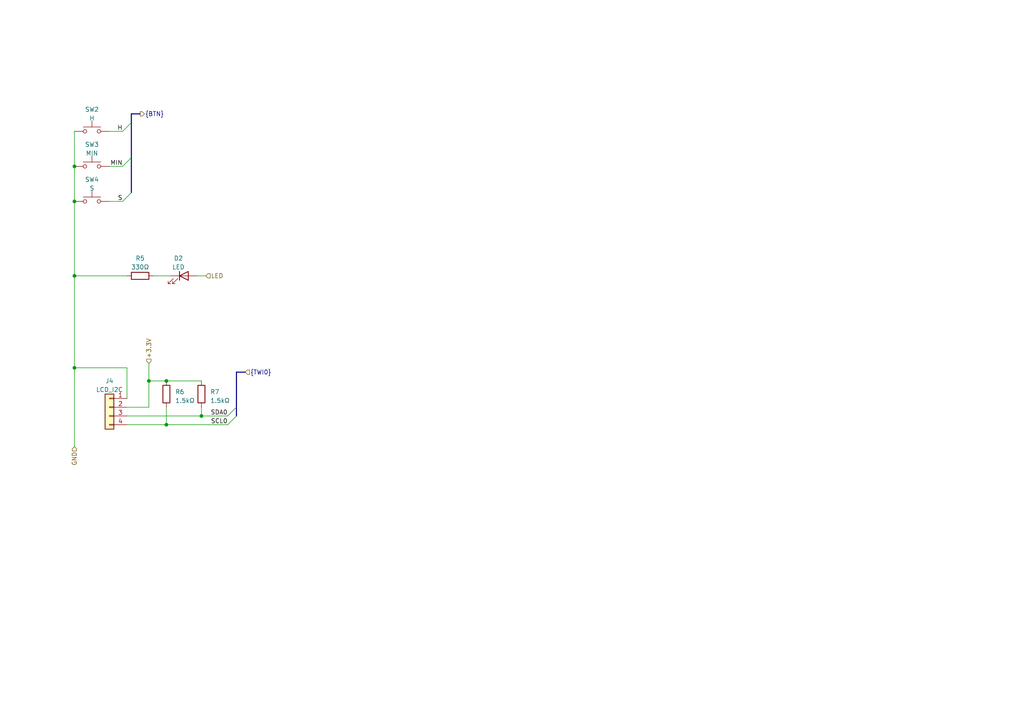
<source format=kicad_sch>
(kicad_sch (version 20230121) (generator eeschema)
  (paper "A4")
  (lib_symbols
    (symbol "Connector_Generic:Conn_01x04" (pin_names (offset 1.016) hide)
      (property "Reference" "J" (at 0 5.08 0))
      (property "Value" "Conn_01x04" (at 0 -7.62 0))
      (symbol "Conn_01x04_1_1"
        (rectangle (start -1.27 -4.953) (end 0 -5.207) (stroke (width 0.1524)))
        (rectangle (start -1.27 -2.413) (end 0 -2.667) (stroke (width 0.1524)))
        (rectangle (start -1.27 0.127) (end 0 -0.127) (stroke (width 0.1524)))
        (rectangle (start -1.27 2.667) (end 0 2.413) (stroke (width 0.1524)))
        (rectangle (start -1.27 3.81) (end 1.27 -6.35) (stroke (width 0.254)) (fill (type background)))
        (pin passive line (at -5.08 2.54 0) (length 3.81) (name "Pin_1") (number "1"))
        (pin passive line (at -5.08 0 0) (length 3.81) (name "Pin_2") (number "2"))
        (pin passive line (at -5.08 -2.54 0) (length 3.81) (name "Pin_3") (number "3"))
        (pin passive line (at -5.08 -5.08 0) (length 3.81) (name "Pin_4") (number "4"))
      )
    )
    (symbol "Device:LED" (pin_numbers hide) (pin_names (offset 1.016) hide)
      (property "Reference" "D" (at 0 2.54 0))
      (property "Value" "LED" (at 0 -2.54 0))
      (symbol "LED_0_1"
        (polyline (pts (xy -1.27 -1.27) (xy -1.27 1.27)) (stroke (width 0.254)))
        (polyline (pts (xy -1.27 0) (xy 1.27 0)))
        (polyline (pts (xy 1.27 -1.27) (xy 1.27 1.27) (xy -1.27 0) (xy 1.27 -1.27)) (stroke (width 0.254)))
        (polyline (pts (xy -3.048 -0.762) (xy -4.572 -2.286) (xy -3.81 -2.286) (xy -4.572 -2.286) (xy -4.572 -1.524)))
        (polyline (pts (xy -1.778 -0.762) (xy -3.302 -2.286) (xy -2.54 -2.286) (xy -3.302 -2.286) (xy -3.302 -1.524)))
      )
      (symbol "LED_1_1"
        (pin passive line (at -3.81 0 0) (length 2.54) (name "K") (number "1"))
        (pin passive line (at 3.81 0 180) (length 2.54) (name "A") (number "2"))
      )
    )
    (symbol "Device:R" (pin_numbers hide) (pin_names (offset 0))
      (property "Reference" "R" (at 2.032 0 90))
      (property "Value" "R" (at 0 0 90))
      (symbol "R_0_1"
        (rectangle (start -1.016 -2.54) (end 1.016 2.54) (stroke (width 0.254)))
      )
      (symbol "R_1_1"
        (pin passive line (at 0 3.81 270) (length 1.27) (name "~") (number "1"))
        (pin passive line (at 0 -3.81 90) (length 1.27) (name "~") (number "2"))
      )
    )
    (symbol "Switch:SW_Push" (pin_numbers hide) (pin_names (offset 1.016) hide)
      (property "Reference" "SW" (at 1.27 2.54 0))
      (property "Value" "SW_Push" (at 0 -1.524 0))
      (symbol "SW_Push_0_1"
        (circle (center -2.032 0) (radius 0.508))
        (polyline (pts (xy 0 1.27) (xy 0 3.048)))
        (polyline (pts (xy 2.54 1.27) (xy -2.54 1.27)))
        (circle (center 2.032 0) (radius 0.508))
        (pin passive line (at -5.08 0 0) (length 2.54) (name "1") (number "1"))
        (pin passive line (at 5.08 0 180) (length 2.54) (name "2") (number "2"))
      )
    )
  )
  (junction (at 48.26 123.19))
  (junction (at 21.59 48.26))
  (junction (at 21.59 80.01))
  (junction (at 48.26 110.49))
  (junction (at 58.42 120.65))
  (junction (at 21.59 106.68))
  (junction (at 43.18 110.49))
  (junction (at 21.59 58.42))
  (bus_entry (at 68.58 120.65) (size -2.54 2.54))
  (bus_entry (at 38.1 55.88) (size -2.54 2.54))
  (bus_entry (at 68.58 118.11) (size -2.54 2.54))
  (bus_entry (at 38.1 35.56) (size -2.54 2.54))
  (bus_entry (at 38.1 45.72) (size -2.54 2.54))
  (wire (pts (xy 31.75 58.42) (xy 35.56 58.42)))
  (wire (pts (xy 21.59 106.68) (xy 21.59 129.54)))
  (wire (pts (xy 48.26 123.19) (xy 66.04 123.19)))
  (bus (pts (xy 40.64 33.02) (xy 38.1 33.02)))
  (wire (pts (xy 58.42 120.65) (xy 66.04 120.65)))
  (wire (pts (xy 36.83 115.57) (xy 36.83 106.68)))
  (wire (pts (xy 57.15 80.01) (xy 59.69 80.01)))
  (wire (pts (xy 43.18 118.11) (xy 43.18 110.49)))
  (wire (pts (xy 21.59 38.1) (xy 21.59 48.26)))
  (wire (pts (xy 48.26 118.11) (xy 48.26 123.19)))
  (wire (pts (xy 21.59 48.26) (xy 21.59 58.42)))
  (wire (pts (xy 31.75 48.26) (xy 35.56 48.26)))
  (wire (pts (xy 44.45 80.01) (xy 49.53 80.01)))
  (bus (pts (xy 38.1 35.56) (xy 38.1 45.72)))
  (wire (pts (xy 21.59 106.68) (xy 36.83 106.68)))
  (bus (pts (xy 68.58 107.95) (xy 68.58 118.11)))
  (wire (pts (xy 21.59 80.01) (xy 36.83 80.01)))
  (wire (pts (xy 21.59 80.01) (xy 21.59 106.68)))
  (bus (pts (xy 68.58 118.11) (xy 68.58 120.65)))
  (wire (pts (xy 36.83 120.65) (xy 58.42 120.65)))
  (wire (pts (xy 21.59 58.42) (xy 21.59 80.01)))
  (wire (pts (xy 43.18 110.49) (xy 48.26 110.49)))
  (wire (pts (xy 48.26 110.49) (xy 58.42 110.49)))
  (bus (pts (xy 38.1 33.02) (xy 38.1 35.56)))
  (wire (pts (xy 36.83 118.11) (xy 43.18 118.11)))
  (wire (pts (xy 43.18 110.49) (xy 43.18 105.41)))
  (bus (pts (xy 71.12 107.95) (xy 68.58 107.95)))
  (wire (pts (xy 58.42 118.11) (xy 58.42 120.65)))
  (wire (pts (xy 36.83 123.19) (xy 48.26 123.19)))
  (bus (pts (xy 38.1 45.72) (xy 38.1 55.88)))
  (wire (pts (xy 31.75 38.1) (xy 35.56 38.1)))
  (label "H" (at 35.56 38.1 180))
  (label "SDA0" (at 66.04 120.65 180))
  (label "S" (at 35.56 58.42 180))
  (label "MIN" (at 35.56 48.26 180))
  (label "SCL0" (at 66.04 123.19 180))
  (hierarchical_label "LED" (shape input) (at 59.69 80.01 0))
  (hierarchical_label "+3.3V" (shape input) (at 43.18 105.41 90))
  (hierarchical_label "GND" (shape input) (at 21.59 129.54 270))
  (hierarchical_label "{TWI0}" (shape input) (at 71.12 107.95 0))
  (hierarchical_label "{BTN}" (shape output) (at 40.64 33.02 0))
  (symbol (lib_id "Device:R") (at 48.26 114.3 0) (unit 1)
    (property "Reference" "R6" (at 50.8 113.665 0) (effects (justify left)))
    (property "Value" "1.5kΩ" (at 50.8 116.205 0) (effects (justify left)))
    (property "Footprint" "Resistor_SMD:R_0402_1005Metric" (effects hide))
    (property "LCSC" "C25867" (effects hide))
    (instances (project "dcf77_faker" (path "" (reference "R6") (unit 1)) (path "" (reference "R302") (unit 1))))
  )
  (symbol (lib_id "Device:R") (at 40.64 80.01 90) (unit 1)
    (property "Reference" "R5" (at 40.64 74.93 90))
    (property "Value" "330Ω" (at 40.64 77.47 90))
    (property "Footprint" "Resistor_SMD:R_0402_1005Metric" (effects hide))
    (property "LCSC" "C25104" (effects hide))
    (instances (project "dcf77_faker" (path "" (reference "R5") (unit 1)) (path "" (reference "R301") (unit 1))))
  )
  (symbol (lib_id "Switch:SW_Push") (at 26.67 58.42 0) (unit 1)
    (property "Reference" "SW4" (at 26.67 52.07 0))
    (property "Value" "S" (at 26.67 54.61 0))
    (property "Footprint" "Button_Switch_SMD_Side:Shou_Han_TS24CA" (effects hide))
    (property "LCSC" "C393942" (effects hide))
    (instances (project "dcf77_faker" (path "" (reference "SW4") (unit 1)) (path "" (reference "SW3") (unit 1))))
  )
  (symbol (lib_id "Device:R") (at 58.42 114.3 0) (unit 1)
    (property "Reference" "R7" (at 60.96 113.665 0) (effects (justify left)))
    (property "Value" "1.5kΩ" (at 60.96 116.205 0) (effects (justify left)))
    (property "Footprint" "Resistor_SMD:R_0402_1005Metric" (effects hide))
    (property "LCSC" "C25867" (effects hide))
    (instances (project "dcf77_faker" (path "" (reference "R7") (unit 1)) (path "" (reference "R303") (unit 1))))
  )
  (symbol (lib_id "Switch:SW_Push") (at 26.67 38.1 0) (unit 1)
    (property "Reference" "SW2" (at 26.67 31.75 0))
    (property "Value" "H" (at 26.67 34.29 0))
    (property "Footprint" "Button_Switch_SMD_Side:Shou_Han_TS24CA" (effects hide))
    (property "LCSC" "C393942" (effects hide))
    (instances (project "dcf77_faker" (path "" (reference "SW2") (unit 1)) (path "" (reference "SW1") (unit 1))))
  )
  (symbol (lib_id "Connector_Generic:Conn_01x04") (at 31.75 118.11 0) (mirror y) (unit 1)
    (property "Reference" "J4" (at 31.75 110.49 0))
    (property "Value" "LCD_I2C" (at 31.75 113.03 0))
    (property "Footprint" "Connector_PinHeader_2.54mm:PinHeader_1x04_P2.54mm_Vertical_SMD_Pin1Right" (effects hide))
    (property "LCSC" "C780062" (effects hide))
    (instances (project "dcf77_faker" (path "" (reference "J4") (unit 1)) (path "" (reference "J301") (unit 1))))
  )
  (symbol (lib_id "Switch:SW_Push") (at 26.67 48.26 0) (unit 1)
    (property "Reference" "SW3" (at 26.67 41.91 0))
    (property "Value" "MIN" (at 26.67 44.45 0))
    (property "Footprint" "Button_Switch_SMD_Side:Shou_Han_TS24CA" (effects hide))
    (property "LCSC" "C393942" (effects hide))
    (instances (project "dcf77_faker" (path "" (reference "SW3") (unit 1)) (path "" (reference "SW2") (unit 1))))
  )
  (symbol (lib_id "Device:LED") (at 53.34 80.01 0) (unit 1)
    (property "Reference" "D2" (at 51.7525 74.93 0))
    (property "Value" "LED" (at 51.7525 77.47 0))
    (property "Footprint" "LED_SMD:LED_0402_1005Metric" (effects hide))
    (property "LCSC" "C409787" (effects hide))
    (instances (project "dcf77_faker" (path "" (reference "D2") (unit 1)) (path "" (reference "D301") (unit 1))))
  )
)
</source>
